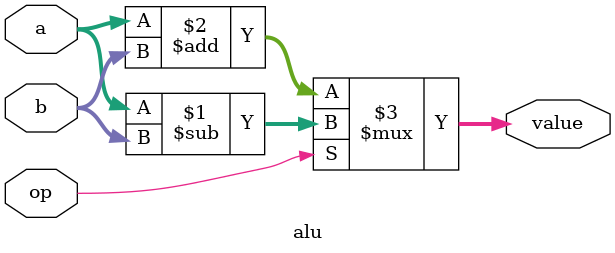
<source format=v>

`timescale 1ns / 1ps
`default_nettype none 


module alu (
	    input wire [7:0]  a,
	    input wire [7:0]  b,
	    input wire	      op,
	    output wire [7:0] value  
);

assign value = (op ? a - b : a + b);

endmodule	     

</source>
